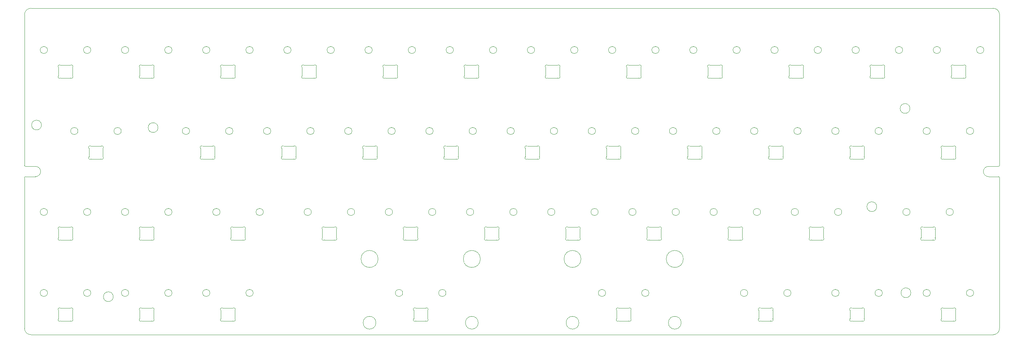
<source format=gbr>
%TF.GenerationSoftware,KiCad,Pcbnew,8.0.4*%
%TF.CreationDate,2024-09-01T23:08:26+02:00*%
%TF.ProjectId,feb42-rounded,66656234-322d-4726-9f75-6e6465642e6b,rev?*%
%TF.SameCoordinates,Original*%
%TF.FileFunction,Profile,NP*%
%FSLAX46Y46*%
G04 Gerber Fmt 4.6, Leading zero omitted, Abs format (unit mm)*
G04 Created by KiCad (PCBNEW 8.0.4) date 2024-09-01 23:08:26*
%MOMM*%
%LPD*%
G01*
G04 APERTURE LIST*
%TA.AperFunction,Profile*%
%ADD10C,0.100000*%
%TD*%
%TA.AperFunction,Profile*%
%ADD11C,0.050000*%
%TD*%
G04 APERTURE END LIST*
D10*
%TO.C,KEY38*%
X117068750Y-125575000D02*
G75*
G02*
X113068750Y-125575000I-2000000J0D01*
G01*
X113068750Y-125575000D02*
G75*
G02*
X117068750Y-125575000I2000000J0D01*
G01*
X116568750Y-140575000D02*
G75*
G02*
X113568750Y-140575000I-1500000J0D01*
G01*
X113568750Y-140575000D02*
G75*
G02*
X116568750Y-140575000I1500000J0D01*
G01*
X122838750Y-133575000D02*
G75*
G02*
X121138750Y-133575000I-850000J0D01*
G01*
X121138750Y-133575000D02*
G75*
G02*
X122838750Y-133575000I850000J0D01*
G01*
X132998750Y-133575000D02*
G75*
G02*
X131298750Y-133575000I-850000J0D01*
G01*
X131298750Y-133575000D02*
G75*
G02*
X132998750Y-133575000I850000J0D01*
G01*
X141068750Y-125575000D02*
G75*
G02*
X137068750Y-125575000I-2000000J0D01*
G01*
X137068750Y-125575000D02*
G75*
G02*
X141068750Y-125575000I2000000J0D01*
G01*
X140568750Y-140575000D02*
G75*
G02*
X137568750Y-140575000I-1500000J0D01*
G01*
X137568750Y-140575000D02*
G75*
G02*
X140568750Y-140575000I1500000J0D01*
G01*
%TO.C,KEY39*%
X164693750Y-125575000D02*
G75*
G02*
X160693750Y-125575000I-2000000J0D01*
G01*
X160693750Y-125575000D02*
G75*
G02*
X164693750Y-125575000I2000000J0D01*
G01*
X164193750Y-140575000D02*
G75*
G02*
X161193750Y-140575000I-1500000J0D01*
G01*
X161193750Y-140575000D02*
G75*
G02*
X164193750Y-140575000I1500000J0D01*
G01*
X170463750Y-133575000D02*
G75*
G02*
X168763750Y-133575000I-850000J0D01*
G01*
X168763750Y-133575000D02*
G75*
G02*
X170463750Y-133575000I850000J0D01*
G01*
X180623750Y-133575000D02*
G75*
G02*
X178923750Y-133575000I-850000J0D01*
G01*
X178923750Y-133575000D02*
G75*
G02*
X180623750Y-133575000I850000J0D01*
G01*
X188693750Y-125575000D02*
G75*
G02*
X184693750Y-125575000I-2000000J0D01*
G01*
X184693750Y-125575000D02*
G75*
G02*
X188693750Y-125575000I2000000J0D01*
G01*
X188193750Y-140575000D02*
G75*
G02*
X185193750Y-140575000I-1500000J0D01*
G01*
X185193750Y-140575000D02*
G75*
G02*
X188193750Y-140575000I1500000J0D01*
G01*
%TO.C,KEY37*%
X77595000Y-133575000D02*
G75*
G02*
X75895000Y-133575000I-850000J0D01*
G01*
X75895000Y-133575000D02*
G75*
G02*
X77595000Y-133575000I850000J0D01*
G01*
X87755000Y-133575000D02*
G75*
G02*
X86055000Y-133575000I-850000J0D01*
G01*
X86055000Y-133575000D02*
G75*
G02*
X87755000Y-133575000I850000J0D01*
G01*
%TO.C,KEY35*%
X39495000Y-133575000D02*
G75*
G02*
X37795000Y-133575000I-850000J0D01*
G01*
X37795000Y-133575000D02*
G75*
G02*
X39495000Y-133575000I850000J0D01*
G01*
X49655000Y-133575000D02*
G75*
G02*
X47955000Y-133575000I-850000J0D01*
G01*
X47955000Y-133575000D02*
G75*
G02*
X49655000Y-133575000I850000J0D01*
G01*
%TO.C,KEY24*%
X39495000Y-114525000D02*
G75*
G02*
X37795000Y-114525000I-850000J0D01*
G01*
X37795000Y-114525000D02*
G75*
G02*
X39495000Y-114525000I850000J0D01*
G01*
X49655000Y-114525000D02*
G75*
G02*
X47955000Y-114525000I-850000J0D01*
G01*
X47955000Y-114525000D02*
G75*
G02*
X49655000Y-114525000I850000J0D01*
G01*
%TO.C,KEY41*%
X225232500Y-133575000D02*
G75*
G02*
X223532500Y-133575000I-850000J0D01*
G01*
X223532500Y-133575000D02*
G75*
G02*
X225232500Y-133575000I850000J0D01*
G01*
X235392500Y-133575000D02*
G75*
G02*
X233692500Y-133575000I-850000J0D01*
G01*
X233692500Y-133575000D02*
G75*
G02*
X235392500Y-133575000I850000J0D01*
G01*
%TO.C,KEY36*%
X58545000Y-133575000D02*
G75*
G02*
X56845000Y-133575000I-850000J0D01*
G01*
X56845000Y-133575000D02*
G75*
G02*
X58545000Y-133575000I850000J0D01*
G01*
X68705000Y-133575000D02*
G75*
G02*
X67005000Y-133575000I-850000J0D01*
G01*
X67005000Y-133575000D02*
G75*
G02*
X68705000Y-133575000I850000J0D01*
G01*
%TO.C,KEY33*%
X215707500Y-114525000D02*
G75*
G02*
X214007500Y-114525000I-850000J0D01*
G01*
X214007500Y-114525000D02*
G75*
G02*
X215707500Y-114525000I850000J0D01*
G01*
X225867500Y-114525000D02*
G75*
G02*
X224167500Y-114525000I-850000J0D01*
G01*
X224167500Y-114525000D02*
G75*
G02*
X225867500Y-114525000I850000J0D01*
G01*
%TO.C,KEY31*%
X177607500Y-114525000D02*
G75*
G02*
X175907500Y-114525000I-850000J0D01*
G01*
X175907500Y-114525000D02*
G75*
G02*
X177607500Y-114525000I850000J0D01*
G01*
X187767500Y-114525000D02*
G75*
G02*
X186067500Y-114525000I-850000J0D01*
G01*
X186067500Y-114525000D02*
G75*
G02*
X187767500Y-114525000I850000J0D01*
G01*
%TO.C,KEY30*%
X158557500Y-114525000D02*
G75*
G02*
X156857500Y-114525000I-850000J0D01*
G01*
X156857500Y-114525000D02*
G75*
G02*
X158557500Y-114525000I850000J0D01*
G01*
X168717500Y-114525000D02*
G75*
G02*
X167017500Y-114525000I-850000J0D01*
G01*
X167017500Y-114525000D02*
G75*
G02*
X168717500Y-114525000I850000J0D01*
G01*
%TO.C,KEY29*%
X139507500Y-114525000D02*
G75*
G02*
X137807500Y-114525000I-850000J0D01*
G01*
X137807500Y-114525000D02*
G75*
G02*
X139507500Y-114525000I850000J0D01*
G01*
X149667500Y-114525000D02*
G75*
G02*
X147967500Y-114525000I-850000J0D01*
G01*
X147967500Y-114525000D02*
G75*
G02*
X149667500Y-114525000I850000J0D01*
G01*
%TO.C,KEY28*%
X120457500Y-114525000D02*
G75*
G02*
X118757500Y-114525000I-850000J0D01*
G01*
X118757500Y-114525000D02*
G75*
G02*
X120457500Y-114525000I850000J0D01*
G01*
X130617500Y-114525000D02*
G75*
G02*
X128917500Y-114525000I-850000J0D01*
G01*
X128917500Y-114525000D02*
G75*
G02*
X130617500Y-114525000I850000J0D01*
G01*
%TO.C,KEY27*%
X101407500Y-114525000D02*
G75*
G02*
X99707500Y-114525000I-850000J0D01*
G01*
X99707500Y-114525000D02*
G75*
G02*
X101407500Y-114525000I850000J0D01*
G01*
X111567500Y-114525000D02*
G75*
G02*
X109867500Y-114525000I-850000J0D01*
G01*
X109867500Y-114525000D02*
G75*
G02*
X111567500Y-114525000I850000J0D01*
G01*
%TO.C,KEY25*%
X58545000Y-114525000D02*
G75*
G02*
X56845000Y-114525000I-850000J0D01*
G01*
X56845000Y-114525000D02*
G75*
G02*
X58545000Y-114525000I850000J0D01*
G01*
X68705000Y-114525000D02*
G75*
G02*
X67005000Y-114525000I-850000J0D01*
G01*
X67005000Y-114525000D02*
G75*
G02*
X68705000Y-114525000I850000J0D01*
G01*
%TO.C,KEY22*%
X225232500Y-95475000D02*
G75*
G02*
X223532500Y-95475000I-850000J0D01*
G01*
X223532500Y-95475000D02*
G75*
G02*
X225232500Y-95475000I850000J0D01*
G01*
X235392500Y-95475000D02*
G75*
G02*
X233692500Y-95475000I-850000J0D01*
G01*
X233692500Y-95475000D02*
G75*
G02*
X235392500Y-95475000I850000J0D01*
G01*
%TO.C,KEY21*%
X206182500Y-95475000D02*
G75*
G02*
X204482500Y-95475000I-850000J0D01*
G01*
X204482500Y-95475000D02*
G75*
G02*
X206182500Y-95475000I850000J0D01*
G01*
X216342500Y-95475000D02*
G75*
G02*
X214642500Y-95475000I-850000J0D01*
G01*
X214642500Y-95475000D02*
G75*
G02*
X216342500Y-95475000I850000J0D01*
G01*
%TO.C,KEY20*%
X187132500Y-95475000D02*
G75*
G02*
X185432500Y-95475000I-850000J0D01*
G01*
X185432500Y-95475000D02*
G75*
G02*
X187132500Y-95475000I850000J0D01*
G01*
X197292500Y-95475000D02*
G75*
G02*
X195592500Y-95475000I-850000J0D01*
G01*
X195592500Y-95475000D02*
G75*
G02*
X197292500Y-95475000I850000J0D01*
G01*
%TO.C,KEY19*%
X168082500Y-95475000D02*
G75*
G02*
X166382500Y-95475000I-850000J0D01*
G01*
X166382500Y-95475000D02*
G75*
G02*
X168082500Y-95475000I850000J0D01*
G01*
X178242500Y-95475000D02*
G75*
G02*
X176542500Y-95475000I-850000J0D01*
G01*
X176542500Y-95475000D02*
G75*
G02*
X178242500Y-95475000I850000J0D01*
G01*
%TO.C,KEY18*%
X149032500Y-95475000D02*
G75*
G02*
X147332500Y-95475000I-850000J0D01*
G01*
X147332500Y-95475000D02*
G75*
G02*
X149032500Y-95475000I850000J0D01*
G01*
X159192500Y-95475000D02*
G75*
G02*
X157492500Y-95475000I-850000J0D01*
G01*
X157492500Y-95475000D02*
G75*
G02*
X159192500Y-95475000I850000J0D01*
G01*
%TO.C,KEY17*%
X129982500Y-95475000D02*
G75*
G02*
X128282500Y-95475000I-850000J0D01*
G01*
X128282500Y-95475000D02*
G75*
G02*
X129982500Y-95475000I850000J0D01*
G01*
X140142500Y-95475000D02*
G75*
G02*
X138442500Y-95475000I-850000J0D01*
G01*
X138442500Y-95475000D02*
G75*
G02*
X140142500Y-95475000I850000J0D01*
G01*
%TO.C,KEY16*%
X110932500Y-95475000D02*
G75*
G02*
X109232500Y-95475000I-850000J0D01*
G01*
X109232500Y-95475000D02*
G75*
G02*
X110932500Y-95475000I850000J0D01*
G01*
X121092500Y-95475000D02*
G75*
G02*
X119392500Y-95475000I-850000J0D01*
G01*
X119392500Y-95475000D02*
G75*
G02*
X121092500Y-95475000I850000J0D01*
G01*
%TO.C,KEY15*%
X91882500Y-95475000D02*
G75*
G02*
X90182500Y-95475000I-850000J0D01*
G01*
X90182500Y-95475000D02*
G75*
G02*
X91882500Y-95475000I850000J0D01*
G01*
X102042500Y-95475000D02*
G75*
G02*
X100342500Y-95475000I-850000J0D01*
G01*
X100342500Y-95475000D02*
G75*
G02*
X102042500Y-95475000I850000J0D01*
G01*
%TO.C,KEY14*%
X72832500Y-95475000D02*
G75*
G02*
X71132500Y-95475000I-850000J0D01*
G01*
X71132500Y-95475000D02*
G75*
G02*
X72832500Y-95475000I850000J0D01*
G01*
X82992500Y-95475000D02*
G75*
G02*
X81292500Y-95475000I-850000J0D01*
G01*
X81292500Y-95475000D02*
G75*
G02*
X82992500Y-95475000I850000J0D01*
G01*
%TO.C,KEY12*%
X249045000Y-76425000D02*
G75*
G02*
X247345000Y-76425000I-850000J0D01*
G01*
X247345000Y-76425000D02*
G75*
G02*
X249045000Y-76425000I850000J0D01*
G01*
X259205000Y-76425000D02*
G75*
G02*
X257505000Y-76425000I-850000J0D01*
G01*
X257505000Y-76425000D02*
G75*
G02*
X259205000Y-76425000I850000J0D01*
G01*
%TO.C,KEY11*%
X229995000Y-76425000D02*
G75*
G02*
X228295000Y-76425000I-850000J0D01*
G01*
X228295000Y-76425000D02*
G75*
G02*
X229995000Y-76425000I850000J0D01*
G01*
X240155000Y-76425000D02*
G75*
G02*
X238455000Y-76425000I-850000J0D01*
G01*
X238455000Y-76425000D02*
G75*
G02*
X240155000Y-76425000I850000J0D01*
G01*
%TO.C,KEY10*%
X210945000Y-76425000D02*
G75*
G02*
X209245000Y-76425000I-850000J0D01*
G01*
X209245000Y-76425000D02*
G75*
G02*
X210945000Y-76425000I850000J0D01*
G01*
X221105000Y-76425000D02*
G75*
G02*
X219405000Y-76425000I-850000J0D01*
G01*
X219405000Y-76425000D02*
G75*
G02*
X221105000Y-76425000I850000J0D01*
G01*
%TO.C,KEY9*%
X191895000Y-76425000D02*
G75*
G02*
X190195000Y-76425000I-850000J0D01*
G01*
X190195000Y-76425000D02*
G75*
G02*
X191895000Y-76425000I850000J0D01*
G01*
X202055000Y-76425000D02*
G75*
G02*
X200355000Y-76425000I-850000J0D01*
G01*
X200355000Y-76425000D02*
G75*
G02*
X202055000Y-76425000I850000J0D01*
G01*
%TO.C,KEY8*%
X172845000Y-76425000D02*
G75*
G02*
X171145000Y-76425000I-850000J0D01*
G01*
X171145000Y-76425000D02*
G75*
G02*
X172845000Y-76425000I850000J0D01*
G01*
X183005000Y-76425000D02*
G75*
G02*
X181305000Y-76425000I-850000J0D01*
G01*
X181305000Y-76425000D02*
G75*
G02*
X183005000Y-76425000I850000J0D01*
G01*
%TO.C,KEY7*%
X153795000Y-76425000D02*
G75*
G02*
X152095000Y-76425000I-850000J0D01*
G01*
X152095000Y-76425000D02*
G75*
G02*
X153795000Y-76425000I850000J0D01*
G01*
X163955000Y-76425000D02*
G75*
G02*
X162255000Y-76425000I-850000J0D01*
G01*
X162255000Y-76425000D02*
G75*
G02*
X163955000Y-76425000I850000J0D01*
G01*
%TO.C,KEY6*%
X134745000Y-76425000D02*
G75*
G02*
X133045000Y-76425000I-850000J0D01*
G01*
X133045000Y-76425000D02*
G75*
G02*
X134745000Y-76425000I850000J0D01*
G01*
X144905000Y-76425000D02*
G75*
G02*
X143205000Y-76425000I-850000J0D01*
G01*
X143205000Y-76425000D02*
G75*
G02*
X144905000Y-76425000I850000J0D01*
G01*
%TO.C,KEY5*%
X115695000Y-76425000D02*
G75*
G02*
X113995000Y-76425000I-850000J0D01*
G01*
X113995000Y-76425000D02*
G75*
G02*
X115695000Y-76425000I850000J0D01*
G01*
X125855000Y-76425000D02*
G75*
G02*
X124155000Y-76425000I-850000J0D01*
G01*
X124155000Y-76425000D02*
G75*
G02*
X125855000Y-76425000I850000J0D01*
G01*
%TO.C,KEY4*%
X96645000Y-76425000D02*
G75*
G02*
X94945000Y-76425000I-850000J0D01*
G01*
X94945000Y-76425000D02*
G75*
G02*
X96645000Y-76425000I850000J0D01*
G01*
X106805000Y-76425000D02*
G75*
G02*
X105105000Y-76425000I-850000J0D01*
G01*
X105105000Y-76425000D02*
G75*
G02*
X106805000Y-76425000I850000J0D01*
G01*
%TO.C,KEY3*%
X77595000Y-76425000D02*
G75*
G02*
X75895000Y-76425000I-850000J0D01*
G01*
X75895000Y-76425000D02*
G75*
G02*
X77595000Y-76425000I850000J0D01*
G01*
X87755000Y-76425000D02*
G75*
G02*
X86055000Y-76425000I-850000J0D01*
G01*
X86055000Y-76425000D02*
G75*
G02*
X87755000Y-76425000I850000J0D01*
G01*
%TO.C,KEY2*%
X58545000Y-76425000D02*
G75*
G02*
X56845000Y-76425000I-850000J0D01*
G01*
X56845000Y-76425000D02*
G75*
G02*
X58545000Y-76425000I850000J0D01*
G01*
X68705000Y-76425000D02*
G75*
G02*
X67005000Y-76425000I-850000J0D01*
G01*
X67005000Y-76425000D02*
G75*
G02*
X68705000Y-76425000I850000J0D01*
G01*
%TO.C,KEY1*%
X39495000Y-76425000D02*
G75*
G02*
X37795000Y-76425000I-850000J0D01*
G01*
X37795000Y-76425000D02*
G75*
G02*
X39495000Y-76425000I850000J0D01*
G01*
X49655000Y-76425000D02*
G75*
G02*
X47955000Y-76425000I-850000J0D01*
G01*
X47955000Y-76425000D02*
G75*
G02*
X49655000Y-76425000I850000J0D01*
G01*
%TO.C,KEY34*%
X241901250Y-114525000D02*
G75*
G02*
X240201250Y-114525000I-850000J0D01*
G01*
X240201250Y-114525000D02*
G75*
G02*
X241901250Y-114525000I850000J0D01*
G01*
X252061250Y-114525000D02*
G75*
G02*
X250361250Y-114525000I-850000J0D01*
G01*
X250361250Y-114525000D02*
G75*
G02*
X252061250Y-114525000I850000J0D01*
G01*
%TO.C,KEY13*%
X46638750Y-95475000D02*
G75*
G02*
X44938750Y-95475000I-850000J0D01*
G01*
X44938750Y-95475000D02*
G75*
G02*
X46638750Y-95475000I850000J0D01*
G01*
X56798750Y-95475000D02*
G75*
G02*
X55098750Y-95475000I-850000J0D01*
G01*
X55098750Y-95475000D02*
G75*
G02*
X56798750Y-95475000I850000J0D01*
G01*
%TO.C,KEY40*%
X203801250Y-133575000D02*
G75*
G02*
X202101250Y-133575000I-850000J0D01*
G01*
X202101250Y-133575000D02*
G75*
G02*
X203801250Y-133575000I850000J0D01*
G01*
X213961250Y-133575000D02*
G75*
G02*
X212261250Y-133575000I-850000J0D01*
G01*
X212261250Y-133575000D02*
G75*
G02*
X213961250Y-133575000I850000J0D01*
G01*
%TO.C,KEY26*%
X79976250Y-114525000D02*
G75*
G02*
X78276250Y-114525000I-850000J0D01*
G01*
X78276250Y-114525000D02*
G75*
G02*
X79976250Y-114525000I850000J0D01*
G01*
X90136250Y-114525000D02*
G75*
G02*
X88436250Y-114525000I-850000J0D01*
G01*
X88436250Y-114525000D02*
G75*
G02*
X90136250Y-114525000I850000J0D01*
G01*
%TO.C,KEY23*%
X246663750Y-95475000D02*
G75*
G02*
X244963750Y-95475000I-850000J0D01*
G01*
X244963750Y-95475000D02*
G75*
G02*
X246663750Y-95475000I850000J0D01*
G01*
X256823750Y-95475000D02*
G75*
G02*
X255123750Y-95475000I-850000J0D01*
G01*
X255123750Y-95475000D02*
G75*
G02*
X256823750Y-95475000I850000J0D01*
G01*
%TO.C,KEY42*%
X246663750Y-133575000D02*
G75*
G02*
X244963750Y-133575000I-850000J0D01*
G01*
X244963750Y-133575000D02*
G75*
G02*
X246663750Y-133575000I850000J0D01*
G01*
X256823750Y-133575000D02*
G75*
G02*
X255123750Y-133575000I-850000J0D01*
G01*
X255123750Y-133575000D02*
G75*
G02*
X256823750Y-133575000I850000J0D01*
G01*
%TO.C,KEY32*%
X196657500Y-114525000D02*
G75*
G02*
X194957500Y-114525000I-850000J0D01*
G01*
X194957500Y-114525000D02*
G75*
G02*
X196657500Y-114525000I850000J0D01*
G01*
X206817500Y-114525000D02*
G75*
G02*
X205117500Y-114525000I-850000J0D01*
G01*
X205117500Y-114525000D02*
G75*
G02*
X206817500Y-114525000I850000J0D01*
G01*
D11*
%TO.C,LED8*%
X175429949Y-80509853D02*
G75*
G02*
X175925000Y-80005000I245051J254853D01*
G01*
X175925000Y-83005000D02*
G75*
G02*
X175429949Y-82500147I-250000J250000D01*
G01*
X178225000Y-80005000D02*
G75*
G02*
X178720051Y-80509853I250000J-250000D01*
G01*
X178720051Y-82500147D02*
G75*
G02*
X178225000Y-83005000I-245051J-254853D01*
G01*
X175429949Y-80509853D02*
X175429949Y-81505000D01*
X175429949Y-82500147D02*
X175429949Y-81505000D01*
X177075000Y-80005000D02*
X175925000Y-80005000D01*
X177075000Y-80005000D02*
X178225000Y-80005000D01*
X177075000Y-83005000D02*
X175925000Y-83005000D01*
X177075000Y-83005000D02*
X178225000Y-83005000D01*
X178720051Y-80509853D02*
X178720051Y-81505000D01*
X178720051Y-82500147D02*
X178720051Y-81505000D01*
%TO.C,LED42*%
X252538801Y-139650147D02*
G75*
G02*
X252043750Y-140155000I-245051J-254853D01*
G01*
X252043750Y-137155000D02*
G75*
G02*
X252538801Y-137659853I250000J-250000D01*
G01*
X249743750Y-140155000D02*
G75*
G02*
X249248699Y-139650147I-250000J250000D01*
G01*
X249248699Y-137659853D02*
G75*
G02*
X249743750Y-137155000I245051J254853D01*
G01*
X252538801Y-139650147D02*
X252538801Y-138655000D01*
X252538801Y-137659853D02*
X252538801Y-138655000D01*
X250893750Y-140155000D02*
X252043750Y-140155000D01*
X250893750Y-140155000D02*
X249743750Y-140155000D01*
X250893750Y-137155000D02*
X252043750Y-137155000D01*
X250893750Y-137155000D02*
X249743750Y-137155000D01*
X249248699Y-139650147D02*
X249248699Y-138655000D01*
X249248699Y-137659853D02*
X249248699Y-138655000D01*
%TO.C,LED41*%
X231107551Y-139650147D02*
G75*
G02*
X230612500Y-140155000I-245051J-254853D01*
G01*
X230612500Y-137155000D02*
G75*
G02*
X231107551Y-137659853I250000J-250000D01*
G01*
X228312500Y-140155000D02*
G75*
G02*
X227817449Y-139650147I-250000J250000D01*
G01*
X227817449Y-137659853D02*
G75*
G02*
X228312500Y-137155000I245051J254853D01*
G01*
X231107551Y-139650147D02*
X231107551Y-138655000D01*
X231107551Y-137659853D02*
X231107551Y-138655000D01*
X229462500Y-140155000D02*
X230612500Y-140155000D01*
X229462500Y-140155000D02*
X228312500Y-140155000D01*
X229462500Y-137155000D02*
X230612500Y-137155000D01*
X229462500Y-137155000D02*
X228312500Y-137155000D01*
X227817449Y-139650147D02*
X227817449Y-138655000D01*
X227817449Y-137659853D02*
X227817449Y-138655000D01*
%TO.C,LED40*%
X209676301Y-139650147D02*
G75*
G02*
X209181250Y-140155000I-245051J-254853D01*
G01*
X209181250Y-137155000D02*
G75*
G02*
X209676301Y-137659853I250000J-250000D01*
G01*
X206881250Y-140155000D02*
G75*
G02*
X206386199Y-139650147I-250000J250000D01*
G01*
X206386199Y-137659853D02*
G75*
G02*
X206881250Y-137155000I245051J254853D01*
G01*
X209676301Y-139650147D02*
X209676301Y-138655000D01*
X209676301Y-137659853D02*
X209676301Y-138655000D01*
X208031250Y-140155000D02*
X209181250Y-140155000D01*
X208031250Y-140155000D02*
X206881250Y-140155000D01*
X208031250Y-137155000D02*
X209181250Y-137155000D01*
X208031250Y-137155000D02*
X206881250Y-137155000D01*
X206386199Y-139650147D02*
X206386199Y-138655000D01*
X206386199Y-137659853D02*
X206386199Y-138655000D01*
%TO.C,LED39*%
X176338801Y-139650147D02*
G75*
G02*
X175843750Y-140155000I-245051J-254853D01*
G01*
X175843750Y-137155000D02*
G75*
G02*
X176338801Y-137659853I250000J-250000D01*
G01*
X173543750Y-140155000D02*
G75*
G02*
X173048699Y-139650147I-250000J250000D01*
G01*
X173048699Y-137659853D02*
G75*
G02*
X173543750Y-137155000I245051J254853D01*
G01*
X176338801Y-139650147D02*
X176338801Y-138655000D01*
X176338801Y-137659853D02*
X176338801Y-138655000D01*
X174693750Y-140155000D02*
X175843750Y-140155000D01*
X174693750Y-140155000D02*
X173543750Y-140155000D01*
X174693750Y-137155000D02*
X175843750Y-137155000D01*
X174693750Y-137155000D02*
X173543750Y-137155000D01*
X173048699Y-139650147D02*
X173048699Y-138655000D01*
X173048699Y-137659853D02*
X173048699Y-138655000D01*
%TO.C,LED38*%
X128713801Y-139650147D02*
G75*
G02*
X128218750Y-140155000I-245051J-254853D01*
G01*
X128218750Y-137155000D02*
G75*
G02*
X128713801Y-137659853I250000J-250000D01*
G01*
X125918750Y-140155000D02*
G75*
G02*
X125423699Y-139650147I-250000J250000D01*
G01*
X125423699Y-137659853D02*
G75*
G02*
X125918750Y-137155000I245051J254853D01*
G01*
X128713801Y-139650147D02*
X128713801Y-138655000D01*
X128713801Y-137659853D02*
X128713801Y-138655000D01*
X127068750Y-140155000D02*
X128218750Y-140155000D01*
X127068750Y-140155000D02*
X125918750Y-140155000D01*
X127068750Y-137155000D02*
X128218750Y-137155000D01*
X127068750Y-137155000D02*
X125918750Y-137155000D01*
X125423699Y-139650147D02*
X125423699Y-138655000D01*
X125423699Y-137659853D02*
X125423699Y-138655000D01*
%TO.C,LED37*%
X83470051Y-139650147D02*
G75*
G02*
X82975000Y-140155000I-245051J-254853D01*
G01*
X82975000Y-137155000D02*
G75*
G02*
X83470051Y-137659853I250000J-250000D01*
G01*
X80675000Y-140155000D02*
G75*
G02*
X80179949Y-139650147I-250000J250000D01*
G01*
X80179949Y-137659853D02*
G75*
G02*
X80675000Y-137155000I245051J254853D01*
G01*
X83470051Y-139650147D02*
X83470051Y-138655000D01*
X83470051Y-137659853D02*
X83470051Y-138655000D01*
X81825000Y-140155000D02*
X82975000Y-140155000D01*
X81825000Y-140155000D02*
X80675000Y-140155000D01*
X81825000Y-137155000D02*
X82975000Y-137155000D01*
X81825000Y-137155000D02*
X80675000Y-137155000D01*
X80179949Y-139650147D02*
X80179949Y-138655000D01*
X80179949Y-137659853D02*
X80179949Y-138655000D01*
%TO.C,LED36*%
X64420051Y-139650147D02*
G75*
G02*
X63925000Y-140155000I-245051J-254853D01*
G01*
X63925000Y-137155000D02*
G75*
G02*
X64420051Y-137659853I250000J-250000D01*
G01*
X61625000Y-140155000D02*
G75*
G02*
X61129949Y-139650147I-250000J250000D01*
G01*
X61129949Y-137659853D02*
G75*
G02*
X61625000Y-137155000I245051J254853D01*
G01*
X64420051Y-139650147D02*
X64420051Y-138655000D01*
X64420051Y-137659853D02*
X64420051Y-138655000D01*
X62775000Y-140155000D02*
X63925000Y-140155000D01*
X62775000Y-140155000D02*
X61625000Y-140155000D01*
X62775000Y-137155000D02*
X63925000Y-137155000D01*
X62775000Y-137155000D02*
X61625000Y-137155000D01*
X61129949Y-139650147D02*
X61129949Y-138655000D01*
X61129949Y-137659853D02*
X61129949Y-138655000D01*
%TO.C,LED35*%
X45370051Y-139650147D02*
G75*
G02*
X44875000Y-140155000I-245051J-254853D01*
G01*
X44875000Y-137155000D02*
G75*
G02*
X45370051Y-137659853I250000J-250000D01*
G01*
X42575000Y-140155000D02*
G75*
G02*
X42079949Y-139650147I-250000J250000D01*
G01*
X42079949Y-137659853D02*
G75*
G02*
X42575000Y-137155000I245051J254853D01*
G01*
X45370051Y-139650147D02*
X45370051Y-138655000D01*
X45370051Y-137659853D02*
X45370051Y-138655000D01*
X43725000Y-140155000D02*
X44875000Y-140155000D01*
X43725000Y-140155000D02*
X42575000Y-140155000D01*
X43725000Y-137155000D02*
X44875000Y-137155000D01*
X43725000Y-137155000D02*
X42575000Y-137155000D01*
X42079949Y-139650147D02*
X42079949Y-138655000D01*
X42079949Y-137659853D02*
X42079949Y-138655000D01*
%TO.C,LED34*%
X244486199Y-118609853D02*
G75*
G02*
X244981250Y-118105000I245051J254853D01*
G01*
X244981250Y-121105000D02*
G75*
G02*
X244486199Y-120600147I-250000J250000D01*
G01*
X247281250Y-118105000D02*
G75*
G02*
X247776301Y-118609853I250000J-250000D01*
G01*
X247776301Y-120600147D02*
G75*
G02*
X247281250Y-121105000I-245051J-254853D01*
G01*
X244486199Y-118609853D02*
X244486199Y-119605000D01*
X244486199Y-120600147D02*
X244486199Y-119605000D01*
X246131250Y-118105000D02*
X244981250Y-118105000D01*
X246131250Y-118105000D02*
X247281250Y-118105000D01*
X246131250Y-121105000D02*
X244981250Y-121105000D01*
X246131250Y-121105000D02*
X247281250Y-121105000D01*
X247776301Y-118609853D02*
X247776301Y-119605000D01*
X247776301Y-120600147D02*
X247776301Y-119605000D01*
%TO.C,LED33*%
X218292449Y-118609853D02*
G75*
G02*
X218787500Y-118105000I245051J254853D01*
G01*
X218787500Y-121105000D02*
G75*
G02*
X218292449Y-120600147I-250000J250000D01*
G01*
X221087500Y-118105000D02*
G75*
G02*
X221582551Y-118609853I250000J-250000D01*
G01*
X221582551Y-120600147D02*
G75*
G02*
X221087500Y-121105000I-245051J-254853D01*
G01*
X218292449Y-118609853D02*
X218292449Y-119605000D01*
X218292449Y-120600147D02*
X218292449Y-119605000D01*
X219937500Y-118105000D02*
X218787500Y-118105000D01*
X219937500Y-118105000D02*
X221087500Y-118105000D01*
X219937500Y-121105000D02*
X218787500Y-121105000D01*
X219937500Y-121105000D02*
X221087500Y-121105000D01*
X221582551Y-118609853D02*
X221582551Y-119605000D01*
X221582551Y-120600147D02*
X221582551Y-119605000D01*
%TO.C,LED32*%
X199242449Y-118609853D02*
G75*
G02*
X199737500Y-118105000I245051J254853D01*
G01*
X199737500Y-121105000D02*
G75*
G02*
X199242449Y-120600147I-250000J250000D01*
G01*
X202037500Y-118105000D02*
G75*
G02*
X202532551Y-118609853I250000J-250000D01*
G01*
X202532551Y-120600147D02*
G75*
G02*
X202037500Y-121105000I-245051J-254853D01*
G01*
X199242449Y-118609853D02*
X199242449Y-119605000D01*
X199242449Y-120600147D02*
X199242449Y-119605000D01*
X200887500Y-118105000D02*
X199737500Y-118105000D01*
X200887500Y-118105000D02*
X202037500Y-118105000D01*
X200887500Y-121105000D02*
X199737500Y-121105000D01*
X200887500Y-121105000D02*
X202037500Y-121105000D01*
X202532551Y-118609853D02*
X202532551Y-119605000D01*
X202532551Y-120600147D02*
X202532551Y-119605000D01*
%TO.C,LED31*%
X180192449Y-118609853D02*
G75*
G02*
X180687500Y-118105000I245051J254853D01*
G01*
X180687500Y-121105000D02*
G75*
G02*
X180192449Y-120600147I-250000J250000D01*
G01*
X182987500Y-118105000D02*
G75*
G02*
X183482551Y-118609853I250000J-250000D01*
G01*
X183482551Y-120600147D02*
G75*
G02*
X182987500Y-121105000I-245051J-254853D01*
G01*
X180192449Y-118609853D02*
X180192449Y-119605000D01*
X180192449Y-120600147D02*
X180192449Y-119605000D01*
X181837500Y-118105000D02*
X180687500Y-118105000D01*
X181837500Y-118105000D02*
X182987500Y-118105000D01*
X181837500Y-121105000D02*
X180687500Y-121105000D01*
X181837500Y-121105000D02*
X182987500Y-121105000D01*
X183482551Y-118609853D02*
X183482551Y-119605000D01*
X183482551Y-120600147D02*
X183482551Y-119605000D01*
%TO.C,LED30*%
X161142449Y-118609853D02*
G75*
G02*
X161637500Y-118105000I245051J254853D01*
G01*
X161637500Y-121105000D02*
G75*
G02*
X161142449Y-120600147I-250000J250000D01*
G01*
X163937500Y-118105000D02*
G75*
G02*
X164432551Y-118609853I250000J-250000D01*
G01*
X164432551Y-120600147D02*
G75*
G02*
X163937500Y-121105000I-245051J-254853D01*
G01*
X161142449Y-118609853D02*
X161142449Y-119605000D01*
X161142449Y-120600147D02*
X161142449Y-119605000D01*
X162787500Y-118105000D02*
X161637500Y-118105000D01*
X162787500Y-118105000D02*
X163937500Y-118105000D01*
X162787500Y-121105000D02*
X161637500Y-121105000D01*
X162787500Y-121105000D02*
X163937500Y-121105000D01*
X164432551Y-118609853D02*
X164432551Y-119605000D01*
X164432551Y-120600147D02*
X164432551Y-119605000D01*
%TO.C,LED29*%
X142092449Y-118609853D02*
G75*
G02*
X142587500Y-118105000I245051J254853D01*
G01*
X142587500Y-121105000D02*
G75*
G02*
X142092449Y-120600147I-250000J250000D01*
G01*
X144887500Y-118105000D02*
G75*
G02*
X145382551Y-118609853I250000J-250000D01*
G01*
X145382551Y-120600147D02*
G75*
G02*
X144887500Y-121105000I-245051J-254853D01*
G01*
X142092449Y-118609853D02*
X142092449Y-119605000D01*
X142092449Y-120600147D02*
X142092449Y-119605000D01*
X143737500Y-118105000D02*
X142587500Y-118105000D01*
X143737500Y-118105000D02*
X144887500Y-118105000D01*
X143737500Y-121105000D02*
X142587500Y-121105000D01*
X143737500Y-121105000D02*
X144887500Y-121105000D01*
X145382551Y-118609853D02*
X145382551Y-119605000D01*
X145382551Y-120600147D02*
X145382551Y-119605000D01*
%TO.C,LED28*%
X123042449Y-118609853D02*
G75*
G02*
X123537500Y-118105000I245051J254853D01*
G01*
X123537500Y-121105000D02*
G75*
G02*
X123042449Y-120600147I-250000J250000D01*
G01*
X125837500Y-118105000D02*
G75*
G02*
X126332551Y-118609853I250000J-250000D01*
G01*
X126332551Y-120600147D02*
G75*
G02*
X125837500Y-121105000I-245051J-254853D01*
G01*
X123042449Y-118609853D02*
X123042449Y-119605000D01*
X123042449Y-120600147D02*
X123042449Y-119605000D01*
X124687500Y-118105000D02*
X123537500Y-118105000D01*
X124687500Y-118105000D02*
X125837500Y-118105000D01*
X124687500Y-121105000D02*
X123537500Y-121105000D01*
X124687500Y-121105000D02*
X125837500Y-121105000D01*
X126332551Y-118609853D02*
X126332551Y-119605000D01*
X126332551Y-120600147D02*
X126332551Y-119605000D01*
%TO.C,LED27*%
X103992449Y-118609853D02*
G75*
G02*
X104487500Y-118105000I245051J254853D01*
G01*
X104487500Y-121105000D02*
G75*
G02*
X103992449Y-120600147I-250000J250000D01*
G01*
X106787500Y-118105000D02*
G75*
G02*
X107282551Y-118609853I250000J-250000D01*
G01*
X107282551Y-120600147D02*
G75*
G02*
X106787500Y-121105000I-245051J-254853D01*
G01*
X103992449Y-118609853D02*
X103992449Y-119605000D01*
X103992449Y-120600147D02*
X103992449Y-119605000D01*
X105637500Y-118105000D02*
X104487500Y-118105000D01*
X105637500Y-118105000D02*
X106787500Y-118105000D01*
X105637500Y-121105000D02*
X104487500Y-121105000D01*
X105637500Y-121105000D02*
X106787500Y-121105000D01*
X107282551Y-118609853D02*
X107282551Y-119605000D01*
X107282551Y-120600147D02*
X107282551Y-119605000D01*
%TO.C,LED26*%
X82561199Y-118609853D02*
G75*
G02*
X83056250Y-118105000I245051J254853D01*
G01*
X83056250Y-121105000D02*
G75*
G02*
X82561199Y-120600147I-250000J250000D01*
G01*
X85356250Y-118105000D02*
G75*
G02*
X85851301Y-118609853I250000J-250000D01*
G01*
X85851301Y-120600147D02*
G75*
G02*
X85356250Y-121105000I-245051J-254853D01*
G01*
X82561199Y-118609853D02*
X82561199Y-119605000D01*
X82561199Y-120600147D02*
X82561199Y-119605000D01*
X84206250Y-118105000D02*
X83056250Y-118105000D01*
X84206250Y-118105000D02*
X85356250Y-118105000D01*
X84206250Y-121105000D02*
X83056250Y-121105000D01*
X84206250Y-121105000D02*
X85356250Y-121105000D01*
X85851301Y-118609853D02*
X85851301Y-119605000D01*
X85851301Y-120600147D02*
X85851301Y-119605000D01*
%TO.C,LED25*%
X61129949Y-118609853D02*
G75*
G02*
X61625000Y-118105000I245051J254853D01*
G01*
X61625000Y-121105000D02*
G75*
G02*
X61129949Y-120600147I-250000J250000D01*
G01*
X63925000Y-118105000D02*
G75*
G02*
X64420051Y-118609853I250000J-250000D01*
G01*
X64420051Y-120600147D02*
G75*
G02*
X63925000Y-121105000I-245051J-254853D01*
G01*
X61129949Y-118609853D02*
X61129949Y-119605000D01*
X61129949Y-120600147D02*
X61129949Y-119605000D01*
X62775000Y-118105000D02*
X61625000Y-118105000D01*
X62775000Y-118105000D02*
X63925000Y-118105000D01*
X62775000Y-121105000D02*
X61625000Y-121105000D01*
X62775000Y-121105000D02*
X63925000Y-121105000D01*
X64420051Y-118609853D02*
X64420051Y-119605000D01*
X64420051Y-120600147D02*
X64420051Y-119605000D01*
%TO.C,LED24*%
X42079949Y-118609853D02*
G75*
G02*
X42575000Y-118105000I245051J254853D01*
G01*
X42575000Y-121105000D02*
G75*
G02*
X42079949Y-120600147I-250000J250000D01*
G01*
X44875000Y-118105000D02*
G75*
G02*
X45370051Y-118609853I250000J-250000D01*
G01*
X45370051Y-120600147D02*
G75*
G02*
X44875000Y-121105000I-245051J-254853D01*
G01*
X42079949Y-118609853D02*
X42079949Y-119605000D01*
X42079949Y-120600147D02*
X42079949Y-119605000D01*
X43725000Y-118105000D02*
X42575000Y-118105000D01*
X43725000Y-118105000D02*
X44875000Y-118105000D01*
X43725000Y-121105000D02*
X42575000Y-121105000D01*
X43725000Y-121105000D02*
X44875000Y-121105000D01*
X45370051Y-118609853D02*
X45370051Y-119605000D01*
X45370051Y-120600147D02*
X45370051Y-119605000D01*
%TO.C,LED23*%
X252538801Y-101550147D02*
G75*
G02*
X252043750Y-102055000I-245051J-254853D01*
G01*
X252043750Y-99055000D02*
G75*
G02*
X252538801Y-99559853I250000J-250000D01*
G01*
X249743750Y-102055000D02*
G75*
G02*
X249248699Y-101550147I-250000J250000D01*
G01*
X249248699Y-99559853D02*
G75*
G02*
X249743750Y-99055000I245051J254853D01*
G01*
X252538801Y-101550147D02*
X252538801Y-100555000D01*
X252538801Y-99559853D02*
X252538801Y-100555000D01*
X250893750Y-102055000D02*
X252043750Y-102055000D01*
X250893750Y-102055000D02*
X249743750Y-102055000D01*
X250893750Y-99055000D02*
X252043750Y-99055000D01*
X250893750Y-99055000D02*
X249743750Y-99055000D01*
X249248699Y-101550147D02*
X249248699Y-100555000D01*
X249248699Y-99559853D02*
X249248699Y-100555000D01*
%TO.C,LED22*%
X231107551Y-101550147D02*
G75*
G02*
X230612500Y-102055000I-245051J-254853D01*
G01*
X230612500Y-99055000D02*
G75*
G02*
X231107551Y-99559853I250000J-250000D01*
G01*
X228312500Y-102055000D02*
G75*
G02*
X227817449Y-101550147I-250000J250000D01*
G01*
X227817449Y-99559853D02*
G75*
G02*
X228312500Y-99055000I245051J254853D01*
G01*
X231107551Y-101550147D02*
X231107551Y-100555000D01*
X231107551Y-99559853D02*
X231107551Y-100555000D01*
X229462500Y-102055000D02*
X230612500Y-102055000D01*
X229462500Y-102055000D02*
X228312500Y-102055000D01*
X229462500Y-99055000D02*
X230612500Y-99055000D01*
X229462500Y-99055000D02*
X228312500Y-99055000D01*
X227817449Y-101550147D02*
X227817449Y-100555000D01*
X227817449Y-99559853D02*
X227817449Y-100555000D01*
%TO.C,LED21*%
X212057551Y-101550147D02*
G75*
G02*
X211562500Y-102055000I-245051J-254853D01*
G01*
X211562500Y-99055000D02*
G75*
G02*
X212057551Y-99559853I250000J-250000D01*
G01*
X209262500Y-102055000D02*
G75*
G02*
X208767449Y-101550147I-250000J250000D01*
G01*
X208767449Y-99559853D02*
G75*
G02*
X209262500Y-99055000I245051J254853D01*
G01*
X212057551Y-101550147D02*
X212057551Y-100555000D01*
X212057551Y-99559853D02*
X212057551Y-100555000D01*
X210412500Y-102055000D02*
X211562500Y-102055000D01*
X210412500Y-102055000D02*
X209262500Y-102055000D01*
X210412500Y-99055000D02*
X211562500Y-99055000D01*
X210412500Y-99055000D02*
X209262500Y-99055000D01*
X208767449Y-101550147D02*
X208767449Y-100555000D01*
X208767449Y-99559853D02*
X208767449Y-100555000D01*
%TO.C,LED20*%
X193007551Y-101550147D02*
G75*
G02*
X192512500Y-102055000I-245051J-254853D01*
G01*
X192512500Y-99055000D02*
G75*
G02*
X193007551Y-99559853I250000J-250000D01*
G01*
X190212500Y-102055000D02*
G75*
G02*
X189717449Y-101550147I-250000J250000D01*
G01*
X189717449Y-99559853D02*
G75*
G02*
X190212500Y-99055000I245051J254853D01*
G01*
X193007551Y-101550147D02*
X193007551Y-100555000D01*
X193007551Y-99559853D02*
X193007551Y-100555000D01*
X191362500Y-102055000D02*
X192512500Y-102055000D01*
X191362500Y-102055000D02*
X190212500Y-102055000D01*
X191362500Y-99055000D02*
X192512500Y-99055000D01*
X191362500Y-99055000D02*
X190212500Y-99055000D01*
X189717449Y-101550147D02*
X189717449Y-100555000D01*
X189717449Y-99559853D02*
X189717449Y-100555000D01*
%TO.C,LED19*%
X173957551Y-101550147D02*
G75*
G02*
X173462500Y-102055000I-245051J-254853D01*
G01*
X173462500Y-99055000D02*
G75*
G02*
X173957551Y-99559853I250000J-250000D01*
G01*
X171162500Y-102055000D02*
G75*
G02*
X170667449Y-101550147I-250000J250000D01*
G01*
X170667449Y-99559853D02*
G75*
G02*
X171162500Y-99055000I245051J254853D01*
G01*
X173957551Y-101550147D02*
X173957551Y-100555000D01*
X173957551Y-99559853D02*
X173957551Y-100555000D01*
X172312500Y-102055000D02*
X173462500Y-102055000D01*
X172312500Y-102055000D02*
X171162500Y-102055000D01*
X172312500Y-99055000D02*
X173462500Y-99055000D01*
X172312500Y-99055000D02*
X171162500Y-99055000D01*
X170667449Y-101550147D02*
X170667449Y-100555000D01*
X170667449Y-99559853D02*
X170667449Y-100555000D01*
%TO.C,LED18*%
X154907551Y-101550147D02*
G75*
G02*
X154412500Y-102055000I-245051J-254853D01*
G01*
X154412500Y-99055000D02*
G75*
G02*
X154907551Y-99559853I250000J-250000D01*
G01*
X152112500Y-102055000D02*
G75*
G02*
X151617449Y-101550147I-250000J250000D01*
G01*
X151617449Y-99559853D02*
G75*
G02*
X152112500Y-99055000I245051J254853D01*
G01*
X154907551Y-101550147D02*
X154907551Y-100555000D01*
X154907551Y-99559853D02*
X154907551Y-100555000D01*
X153262500Y-102055000D02*
X154412500Y-102055000D01*
X153262500Y-102055000D02*
X152112500Y-102055000D01*
X153262500Y-99055000D02*
X154412500Y-99055000D01*
X153262500Y-99055000D02*
X152112500Y-99055000D01*
X151617449Y-101550147D02*
X151617449Y-100555000D01*
X151617449Y-99559853D02*
X151617449Y-100555000D01*
%TO.C,LED17*%
X135857551Y-101550147D02*
G75*
G02*
X135362500Y-102055000I-245051J-254853D01*
G01*
X135362500Y-99055000D02*
G75*
G02*
X135857551Y-99559853I250000J-250000D01*
G01*
X133062500Y-102055000D02*
G75*
G02*
X132567449Y-101550147I-250000J250000D01*
G01*
X132567449Y-99559853D02*
G75*
G02*
X133062500Y-99055000I245051J254853D01*
G01*
X135857551Y-101550147D02*
X135857551Y-100555000D01*
X135857551Y-99559853D02*
X135857551Y-100555000D01*
X134212500Y-102055000D02*
X135362500Y-102055000D01*
X134212500Y-102055000D02*
X133062500Y-102055000D01*
X134212500Y-99055000D02*
X135362500Y-99055000D01*
X134212500Y-99055000D02*
X133062500Y-99055000D01*
X132567449Y-101550147D02*
X132567449Y-100555000D01*
X132567449Y-99559853D02*
X132567449Y-100555000D01*
%TO.C,LED16*%
X116807551Y-101550147D02*
G75*
G02*
X116312500Y-102055000I-245051J-254853D01*
G01*
X116312500Y-99055000D02*
G75*
G02*
X116807551Y-99559853I250000J-250000D01*
G01*
X114012500Y-102055000D02*
G75*
G02*
X113517449Y-101550147I-250000J250000D01*
G01*
X113517449Y-99559853D02*
G75*
G02*
X114012500Y-99055000I245051J254853D01*
G01*
X116807551Y-101550147D02*
X116807551Y-100555000D01*
X116807551Y-99559853D02*
X116807551Y-100555000D01*
X115162500Y-102055000D02*
X116312500Y-102055000D01*
X115162500Y-102055000D02*
X114012500Y-102055000D01*
X115162500Y-99055000D02*
X116312500Y-99055000D01*
X115162500Y-99055000D02*
X114012500Y-99055000D01*
X113517449Y-101550147D02*
X113517449Y-100555000D01*
X113517449Y-99559853D02*
X113517449Y-100555000D01*
%TO.C,LED15*%
X97757551Y-101550147D02*
G75*
G02*
X97262500Y-102055000I-245051J-254853D01*
G01*
X97262500Y-99055000D02*
G75*
G02*
X97757551Y-99559853I250000J-250000D01*
G01*
X94962500Y-102055000D02*
G75*
G02*
X94467449Y-101550147I-250000J250000D01*
G01*
X94467449Y-99559853D02*
G75*
G02*
X94962500Y-99055000I245051J254853D01*
G01*
X97757551Y-101550147D02*
X97757551Y-100555000D01*
X97757551Y-99559853D02*
X97757551Y-100555000D01*
X96112500Y-102055000D02*
X97262500Y-102055000D01*
X96112500Y-102055000D02*
X94962500Y-102055000D01*
X96112500Y-99055000D02*
X97262500Y-99055000D01*
X96112500Y-99055000D02*
X94962500Y-99055000D01*
X94467449Y-101550147D02*
X94467449Y-100555000D01*
X94467449Y-99559853D02*
X94467449Y-100555000D01*
%TO.C,LED14*%
X78707551Y-101550147D02*
G75*
G02*
X78212500Y-102055000I-245051J-254853D01*
G01*
X78212500Y-99055000D02*
G75*
G02*
X78707551Y-99559853I250000J-250000D01*
G01*
X75912500Y-102055000D02*
G75*
G02*
X75417449Y-101550147I-250000J250000D01*
G01*
X75417449Y-99559853D02*
G75*
G02*
X75912500Y-99055000I245051J254853D01*
G01*
X78707551Y-101550147D02*
X78707551Y-100555000D01*
X78707551Y-99559853D02*
X78707551Y-100555000D01*
X77062500Y-102055000D02*
X78212500Y-102055000D01*
X77062500Y-102055000D02*
X75912500Y-102055000D01*
X77062500Y-99055000D02*
X78212500Y-99055000D01*
X77062500Y-99055000D02*
X75912500Y-99055000D01*
X75417449Y-101550147D02*
X75417449Y-100555000D01*
X75417449Y-99559853D02*
X75417449Y-100555000D01*
%TO.C,LED13*%
X52513801Y-101550147D02*
G75*
G02*
X52018750Y-102055000I-245051J-254853D01*
G01*
X52018750Y-99055000D02*
G75*
G02*
X52513801Y-99559853I250000J-250000D01*
G01*
X49718750Y-102055000D02*
G75*
G02*
X49223699Y-101550147I-250000J250000D01*
G01*
X49223699Y-99559853D02*
G75*
G02*
X49718750Y-99055000I245051J254853D01*
G01*
X52513801Y-101550147D02*
X52513801Y-100555000D01*
X52513801Y-99559853D02*
X52513801Y-100555000D01*
X50868750Y-102055000D02*
X52018750Y-102055000D01*
X50868750Y-102055000D02*
X49718750Y-102055000D01*
X50868750Y-99055000D02*
X52018750Y-99055000D01*
X50868750Y-99055000D02*
X49718750Y-99055000D01*
X49223699Y-101550147D02*
X49223699Y-100555000D01*
X49223699Y-99559853D02*
X49223699Y-100555000D01*
%TO.C,LED12*%
X251629949Y-80509853D02*
G75*
G02*
X252125000Y-80005000I245051J254853D01*
G01*
X252125000Y-83005000D02*
G75*
G02*
X251629949Y-82500147I-250000J250000D01*
G01*
X254425000Y-80005000D02*
G75*
G02*
X254920051Y-80509853I250000J-250000D01*
G01*
X254920051Y-82500147D02*
G75*
G02*
X254425000Y-83005000I-245051J-254853D01*
G01*
X251629949Y-80509853D02*
X251629949Y-81505000D01*
X251629949Y-82500147D02*
X251629949Y-81505000D01*
X253275000Y-80005000D02*
X252125000Y-80005000D01*
X253275000Y-80005000D02*
X254425000Y-80005000D01*
X253275000Y-83005000D02*
X252125000Y-83005000D01*
X253275000Y-83005000D02*
X254425000Y-83005000D01*
X254920051Y-80509853D02*
X254920051Y-81505000D01*
X254920051Y-82500147D02*
X254920051Y-81505000D01*
%TO.C,LED11*%
X232579949Y-80509853D02*
G75*
G02*
X233075000Y-80005000I245051J254853D01*
G01*
X233075000Y-83005000D02*
G75*
G02*
X232579949Y-82500147I-250000J250000D01*
G01*
X235375000Y-80005000D02*
G75*
G02*
X235870051Y-80509853I250000J-250000D01*
G01*
X235870051Y-82500147D02*
G75*
G02*
X235375000Y-83005000I-245051J-254853D01*
G01*
X232579949Y-80509853D02*
X232579949Y-81505000D01*
X232579949Y-82500147D02*
X232579949Y-81505000D01*
X234225000Y-80005000D02*
X233075000Y-80005000D01*
X234225000Y-80005000D02*
X235375000Y-80005000D01*
X234225000Y-83005000D02*
X233075000Y-83005000D01*
X234225000Y-83005000D02*
X235375000Y-83005000D01*
X235870051Y-80509853D02*
X235870051Y-81505000D01*
X235870051Y-82500147D02*
X235870051Y-81505000D01*
%TO.C,LED10*%
X213529949Y-80509853D02*
G75*
G02*
X214025000Y-80005000I245051J254853D01*
G01*
X214025000Y-83005000D02*
G75*
G02*
X213529949Y-82500147I-250000J250000D01*
G01*
X216325000Y-80005000D02*
G75*
G02*
X216820051Y-80509853I250000J-250000D01*
G01*
X216820051Y-82500147D02*
G75*
G02*
X216325000Y-83005000I-245051J-254853D01*
G01*
X213529949Y-80509853D02*
X213529949Y-81505000D01*
X213529949Y-82500147D02*
X213529949Y-81505000D01*
X215175000Y-80005000D02*
X214025000Y-80005000D01*
X215175000Y-80005000D02*
X216325000Y-80005000D01*
X215175000Y-83005000D02*
X214025000Y-83005000D01*
X215175000Y-83005000D02*
X216325000Y-83005000D01*
X216820051Y-80509853D02*
X216820051Y-81505000D01*
X216820051Y-82500147D02*
X216820051Y-81505000D01*
%TO.C,LED9*%
X194479949Y-80509853D02*
G75*
G02*
X194975000Y-80005000I245051J254853D01*
G01*
X194975000Y-83005000D02*
G75*
G02*
X194479949Y-82500147I-250000J250000D01*
G01*
X197275000Y-80005000D02*
G75*
G02*
X197770051Y-80509853I250000J-250000D01*
G01*
X197770051Y-82500147D02*
G75*
G02*
X197275000Y-83005000I-245051J-254853D01*
G01*
X194479949Y-80509853D02*
X194479949Y-81505000D01*
X194479949Y-82500147D02*
X194479949Y-81505000D01*
X196125000Y-80005000D02*
X194975000Y-80005000D01*
X196125000Y-80005000D02*
X197275000Y-80005000D01*
X196125000Y-83005000D02*
X194975000Y-83005000D01*
X196125000Y-83005000D02*
X197275000Y-83005000D01*
X197770051Y-80509853D02*
X197770051Y-81505000D01*
X197770051Y-82500147D02*
X197770051Y-81505000D01*
%TO.C,LED7*%
X156379949Y-80509853D02*
G75*
G02*
X156875000Y-80005000I245051J254853D01*
G01*
X156875000Y-83005000D02*
G75*
G02*
X156379949Y-82500147I-250000J250000D01*
G01*
X159175000Y-80005000D02*
G75*
G02*
X159670051Y-80509853I250000J-250000D01*
G01*
X159670051Y-82500147D02*
G75*
G02*
X159175000Y-83005000I-245051J-254853D01*
G01*
X156379949Y-80509853D02*
X156379949Y-81505000D01*
X156379949Y-82500147D02*
X156379949Y-81505000D01*
X158025000Y-80005000D02*
X156875000Y-80005000D01*
X158025000Y-80005000D02*
X159175000Y-80005000D01*
X158025000Y-83005000D02*
X156875000Y-83005000D01*
X158025000Y-83005000D02*
X159175000Y-83005000D01*
X159670051Y-80509853D02*
X159670051Y-81505000D01*
X159670051Y-82500147D02*
X159670051Y-81505000D01*
%TO.C,LED6*%
X137329949Y-80509853D02*
G75*
G02*
X137825000Y-80005000I245051J254853D01*
G01*
X137825000Y-83005000D02*
G75*
G02*
X137329949Y-82500147I-250000J250000D01*
G01*
X140125000Y-80005000D02*
G75*
G02*
X140620051Y-80509853I250000J-250000D01*
G01*
X140620051Y-82500147D02*
G75*
G02*
X140125000Y-83005000I-245051J-254853D01*
G01*
X137329949Y-80509853D02*
X137329949Y-81505000D01*
X137329949Y-82500147D02*
X137329949Y-81505000D01*
X138975000Y-80005000D02*
X137825000Y-80005000D01*
X138975000Y-80005000D02*
X140125000Y-80005000D01*
X138975000Y-83005000D02*
X137825000Y-83005000D01*
X138975000Y-83005000D02*
X140125000Y-83005000D01*
X140620051Y-80509853D02*
X140620051Y-81505000D01*
X140620051Y-82500147D02*
X140620051Y-81505000D01*
%TO.C,LED5*%
X118279949Y-80509853D02*
G75*
G02*
X118775000Y-80005000I245051J254853D01*
G01*
X118775000Y-83005000D02*
G75*
G02*
X118279949Y-82500147I-250000J250000D01*
G01*
X121075000Y-80005000D02*
G75*
G02*
X121570051Y-80509853I250000J-250000D01*
G01*
X121570051Y-82500147D02*
G75*
G02*
X121075000Y-83005000I-245051J-254853D01*
G01*
X118279949Y-80509853D02*
X118279949Y-81505000D01*
X118279949Y-82500147D02*
X118279949Y-81505000D01*
X119925000Y-80005000D02*
X118775000Y-80005000D01*
X119925000Y-80005000D02*
X121075000Y-80005000D01*
X119925000Y-83005000D02*
X118775000Y-83005000D01*
X119925000Y-83005000D02*
X121075000Y-83005000D01*
X121570051Y-80509853D02*
X121570051Y-81505000D01*
X121570051Y-82500147D02*
X121570051Y-81505000D01*
%TO.C,LED4*%
X99229949Y-80509853D02*
G75*
G02*
X99725000Y-80005000I245051J254853D01*
G01*
X99725000Y-83005000D02*
G75*
G02*
X99229949Y-82500147I-250000J250000D01*
G01*
X102025000Y-80005000D02*
G75*
G02*
X102520051Y-80509853I250000J-250000D01*
G01*
X102520051Y-82500147D02*
G75*
G02*
X102025000Y-83005000I-245051J-254853D01*
G01*
X99229949Y-80509853D02*
X99229949Y-81505000D01*
X99229949Y-82500147D02*
X99229949Y-81505000D01*
X100875000Y-80005000D02*
X99725000Y-80005000D01*
X100875000Y-80005000D02*
X102025000Y-80005000D01*
X100875000Y-83005000D02*
X99725000Y-83005000D01*
X100875000Y-83005000D02*
X102025000Y-83005000D01*
X102520051Y-80509853D02*
X102520051Y-81505000D01*
X102520051Y-82500147D02*
X102520051Y-81505000D01*
%TO.C,LED3*%
X80179949Y-80509853D02*
G75*
G02*
X80675000Y-80005000I245051J254853D01*
G01*
X80675000Y-83005000D02*
G75*
G02*
X80179949Y-82500147I-250000J250000D01*
G01*
X82975000Y-80005000D02*
G75*
G02*
X83470051Y-80509853I250000J-250000D01*
G01*
X83470051Y-82500147D02*
G75*
G02*
X82975000Y-83005000I-245051J-254853D01*
G01*
X80179949Y-80509853D02*
X80179949Y-81505000D01*
X80179949Y-82500147D02*
X80179949Y-81505000D01*
X81825000Y-80005000D02*
X80675000Y-80005000D01*
X81825000Y-80005000D02*
X82975000Y-80005000D01*
X81825000Y-83005000D02*
X80675000Y-83005000D01*
X81825000Y-83005000D02*
X82975000Y-83005000D01*
X83470051Y-80509853D02*
X83470051Y-81505000D01*
X83470051Y-82500147D02*
X83470051Y-81505000D01*
%TO.C,LED2*%
X61129949Y-80509853D02*
G75*
G02*
X61625000Y-80005000I245051J254853D01*
G01*
X61625000Y-83005000D02*
G75*
G02*
X61129949Y-82500147I-250000J250000D01*
G01*
X63925000Y-80005000D02*
G75*
G02*
X64420051Y-80509853I250000J-250000D01*
G01*
X64420051Y-82500147D02*
G75*
G02*
X63925000Y-83005000I-245051J-254853D01*
G01*
X61129949Y-80509853D02*
X61129949Y-81505000D01*
X61129949Y-82500147D02*
X61129949Y-81505000D01*
X62775000Y-80005000D02*
X61625000Y-80005000D01*
X62775000Y-80005000D02*
X63925000Y-80005000D01*
X62775000Y-83005000D02*
X61625000Y-83005000D01*
X62775000Y-83005000D02*
X63925000Y-83005000D01*
X64420051Y-80509853D02*
X64420051Y-81505000D01*
X64420051Y-82500147D02*
X64420051Y-81505000D01*
%TO.C,LED1*%
X42079949Y-80509853D02*
G75*
G02*
X42575000Y-80005000I245051J254853D01*
G01*
X42575000Y-83005000D02*
G75*
G02*
X42079949Y-82500147I-250000J250000D01*
G01*
X44875000Y-80005000D02*
G75*
G02*
X45370051Y-80509853I250000J-250000D01*
G01*
X45370051Y-82500147D02*
G75*
G02*
X44875000Y-83005000I-245051J-254853D01*
G01*
X42079949Y-80509853D02*
X42079949Y-81505000D01*
X42079949Y-82500147D02*
X42079949Y-81505000D01*
X43725000Y-80005000D02*
X42575000Y-80005000D01*
X43725000Y-80005000D02*
X44875000Y-80005000D01*
X43725000Y-83005000D02*
X42575000Y-83005000D01*
X43725000Y-83005000D02*
X44875000Y-83005000D01*
X45370051Y-80509853D02*
X45370051Y-81505000D01*
X45370051Y-82500147D02*
X45370051Y-81505000D01*
D10*
%TO.C,Outline*%
X242075000Y-133525000D02*
G75*
G02*
X239775000Y-133525000I-1150000J0D01*
G01*
X239775000Y-133525000D02*
G75*
G02*
X242075000Y-133525000I1150000J0D01*
G01*
X241875000Y-90175000D02*
G75*
G02*
X239575000Y-90175000I-1150000J0D01*
G01*
X239575000Y-90175000D02*
G75*
G02*
X241875000Y-90175000I1150000J0D01*
G01*
X234075000Y-113275000D02*
G75*
G02*
X231775000Y-113275000I-1150000J0D01*
G01*
X231775000Y-113275000D02*
G75*
G02*
X234075000Y-113275000I1150000J0D01*
G01*
X65425000Y-94675000D02*
G75*
G02*
X63125000Y-94675000I-1150000J0D01*
G01*
X63125000Y-94675000D02*
G75*
G02*
X65425000Y-94675000I1150000J0D01*
G01*
X54925000Y-134450000D02*
G75*
G02*
X52625000Y-134450000I-1150000J0D01*
G01*
X52625000Y-134450000D02*
G75*
G02*
X54925000Y-134450000I1150000J0D01*
G01*
X38075000Y-94075000D02*
G75*
G02*
X35775000Y-94075000I-1150000J0D01*
G01*
X35775000Y-94075000D02*
G75*
G02*
X38075000Y-94075000I1150000J0D01*
G01*
D11*
X262900000Y-141900000D02*
G75*
G02*
X261400000Y-143400000I-1500000J0D01*
G01*
X262900000Y-103550000D02*
G75*
G02*
X262650000Y-103800000I-250000J0D01*
G01*
X262650000Y-106200000D02*
G75*
G02*
X262900000Y-106450000I0J-250000D01*
G01*
X261400000Y-66600000D02*
G75*
G02*
X262900000Y-68100000I0J-1500000D01*
G01*
X260300000Y-106200000D02*
G75*
G02*
X259100000Y-105000000I0J1200000D01*
G01*
X259100000Y-105000000D02*
G75*
G02*
X260300000Y-103800000I1200000J0D01*
G01*
X37900000Y-105000000D02*
G75*
G02*
X36700000Y-106200000I-1200000J0D01*
G01*
X36700000Y-103800000D02*
G75*
G02*
X37900000Y-105000000I0J-1200000D01*
G01*
X35600000Y-143400000D02*
G75*
G02*
X34100000Y-141900000I0J1500000D01*
G01*
X34350000Y-103800000D02*
G75*
G02*
X34100000Y-103550000I0J250000D01*
G01*
X34100000Y-106450000D02*
G75*
G02*
X34350000Y-106200000I249999J1D01*
G01*
X34100000Y-68100000D02*
G75*
G02*
X35600000Y-66600000I1500000J0D01*
G01*
X262900000Y-141900000D02*
X262900000Y-106450000D01*
X262900000Y-103550000D02*
X262900000Y-68100000D01*
X262650000Y-103800000D02*
X260300000Y-103800000D01*
X261400000Y-143400000D02*
X35600000Y-143400000D01*
X260300000Y-106200000D02*
X262650000Y-106200000D01*
X36700000Y-103800000D02*
X34350000Y-103800000D01*
X35600000Y-66600000D02*
X261400000Y-66600000D01*
X34350000Y-106200000D02*
X36700000Y-106200000D01*
X34100000Y-141900000D02*
X34100000Y-106450000D01*
X34100000Y-103550000D02*
X34100000Y-68100000D01*
%TD*%
M02*

</source>
